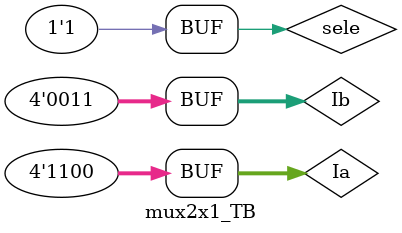
<source format=sv>
module mux2x1_TB;
// Sinais
  	logic [3:0] Ia, Ib;
  	logic sele;
  	logic [3:0]Out;
// Instância do MUX 2x1
	mux2x1 tes(.in0(Ia),
           .in1(Ib), 
           .sel(sele),
           .out(Out));
	initial
		begin
//Salva os sinais do TB em um arquivo .vcd
			$dumpfile("test.vcd"); $dumpvars(1);
//Monitora os sinais de entrada e saída
          $monitor("time=%3d,sele=%b, Ia=%h, Ib=%h, Out=%h",$time, sele,Ia,Ib,Out);
//Geração dos sinais de entra (estímulos)
			Ia = 4'b0000; Ib = 4'b1111; sele = 1'b0; #10;
        	Ia = 4'b0000; Ib = 4'b1111; sele = 1'b1; #10;
        	Ia = 4'b1010; Ib = 4'b0101; sele = 1'b0; #10;
        	Ia = 4'b1010; Ib = 4'b0101; sele = 1'b1; #10;
        	Ia = 4'b1100; Ib = 4'b0011; sele = 1'b0; #10;
        	Ia = 4'b1100; Ib = 4'b0011; sele = 1'b1; #10;
			$display("Terminou");
		end
endmodule

</source>
